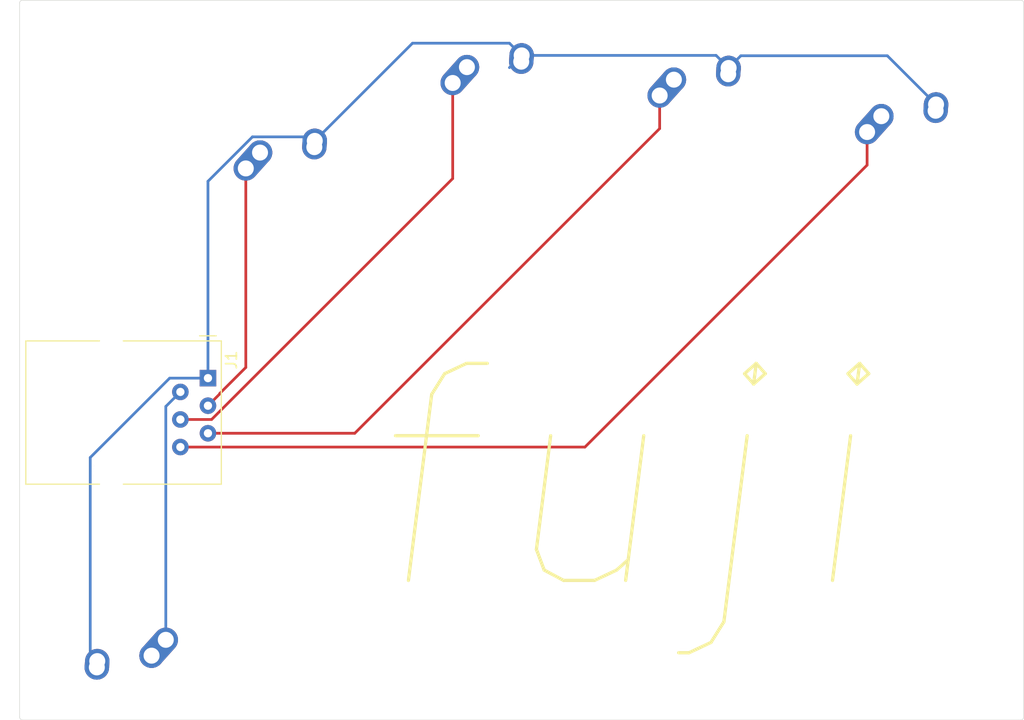
<source format=kicad_pcb>
(kicad_pcb (version 20171130) (host pcbnew 5.1.4)

  (general
    (thickness 1.6)
    (drawings 9)
    (tracks 39)
    (zones 0)
    (modules 6)
    (nets 7)
  )

  (page A4)
  (layers
    (0 F.Cu signal)
    (31 B.Cu signal)
    (32 B.Adhes user)
    (33 F.Adhes user)
    (34 B.Paste user)
    (35 F.Paste user)
    (36 B.SilkS user)
    (37 F.SilkS user)
    (38 B.Mask user)
    (39 F.Mask user)
    (40 Dwgs.User user)
    (41 Cmts.User user)
    (42 Eco1.User user)
    (43 Eco2.User user)
    (44 Edge.Cuts user)
    (45 Margin user)
    (46 B.CrtYd user)
    (47 F.CrtYd user)
    (48 B.Fab user)
    (49 F.Fab user)
  )

  (setup
    (last_trace_width 0.25)
    (user_trace_width 0.69)
    (trace_clearance 0.2)
    (zone_clearance 0.508)
    (zone_45_only no)
    (trace_min 0.2)
    (via_size 0.8)
    (via_drill 0.4)
    (via_min_size 0.4)
    (via_min_drill 0.3)
    (uvia_size 0.3)
    (uvia_drill 0.1)
    (uvias_allowed no)
    (uvia_min_size 0.2)
    (uvia_min_drill 0.1)
    (edge_width 0.05)
    (segment_width 0.2)
    (pcb_text_width 0.3)
    (pcb_text_size 1.5 1.5)
    (mod_edge_width 0.12)
    (mod_text_size 1 1)
    (mod_text_width 0.15)
    (pad_size 1.524 1.524)
    (pad_drill 0.762)
    (pad_to_mask_clearance 0.051)
    (solder_mask_min_width 0.25)
    (aux_axis_origin 0 0)
    (visible_elements FFFFFF7F)
    (pcbplotparams
      (layerselection 0x010fc_ffffffff)
      (usegerberextensions false)
      (usegerberattributes false)
      (usegerberadvancedattributes false)
      (creategerberjobfile false)
      (excludeedgelayer true)
      (linewidth 0.100000)
      (plotframeref false)
      (viasonmask false)
      (mode 1)
      (useauxorigin false)
      (hpglpennumber 1)
      (hpglpenspeed 20)
      (hpglpendiameter 15.000000)
      (psnegative false)
      (psa4output false)
      (plotreference true)
      (plotvalue true)
      (plotinvisibletext false)
      (padsonsilk false)
      (subtractmaskfromsilk false)
      (outputformat 1)
      (mirror false)
      (drillshape 0)
      (scaleselection 1)
      (outputdirectory "gerbers-right/"))
  )

  (net 0 "")
  (net 1 ROW0)
  (net 2 COL5)
  (net 3 COL6)
  (net 4 COL7)
  (net 5 COL8)
  (net 6 COL9)

  (net_class Default "This is the default net class."
    (clearance 0.2)
    (trace_width 0.25)
    (via_dia 0.8)
    (via_drill 0.4)
    (uvia_dia 0.3)
    (uvia_drill 0.1)
    (add_net COL5)
    (add_net COL6)
    (add_net COL7)
    (add_net COL8)
    (add_net COL9)
    (add_net ROW0)
  )

  (module MX_Alps_Hybrid:MX-1U-NoLED (layer F.Cu) (tedit 5A9F5203) (tstamp 62CDEC3D)
    (at 139.594 199.018)
    (path /62BA3660)
    (fp_text reference MX4 (at 0 3.175) (layer Dwgs.User)
      (effects (font (size 1 1) (thickness 0.15)))
    )
    (fp_text value MX-NoLED (at 0 -7.9375) (layer Dwgs.User)
      (effects (font (size 1 1) (thickness 0.15)))
    )
    (fp_line (start -9.525 9.525) (end -9.525 -9.525) (layer Dwgs.User) (width 0.15))
    (fp_line (start 9.525 9.525) (end -9.525 9.525) (layer Dwgs.User) (width 0.15))
    (fp_line (start 9.525 -9.525) (end 9.525 9.525) (layer Dwgs.User) (width 0.15))
    (fp_line (start -9.525 -9.525) (end 9.525 -9.525) (layer Dwgs.User) (width 0.15))
    (fp_line (start -7 -7) (end -7 -5) (layer Dwgs.User) (width 0.15))
    (fp_line (start -5 -7) (end -7 -7) (layer Dwgs.User) (width 0.15))
    (fp_line (start -7 7) (end -5 7) (layer Dwgs.User) (width 0.15))
    (fp_line (start -7 5) (end -7 7) (layer Dwgs.User) (width 0.15))
    (fp_line (start 7 7) (end 7 5) (layer Dwgs.User) (width 0.15))
    (fp_line (start 5 7) (end 7 7) (layer Dwgs.User) (width 0.15))
    (fp_line (start 7 -7) (end 7 -5) (layer Dwgs.User) (width 0.15))
    (fp_line (start 5 -7) (end 7 -7) (layer Dwgs.User) (width 0.15))
    (pad "" np_thru_hole circle (at 5.08 0 48.0996) (size 1.75 1.75) (drill 1.75) (layers *.Cu *.Mask))
    (pad "" np_thru_hole circle (at -5.08 0 48.0996) (size 1.75 1.75) (drill 1.75) (layers *.Cu *.Mask))
    (pad 1 thru_hole circle (at -2.5 -4) (size 2.25 2.25) (drill 1.47) (layers *.Cu B.Mask)
      (net 3 COL6))
    (pad "" np_thru_hole circle (at 0 0) (size 3.9878 3.9878) (drill 3.9878) (layers *.Cu *.Mask))
    (pad 1 thru_hole oval (at -3.81 -2.54 48.0996) (size 4.211556 2.25) (drill 1.47 (offset 0.980778 0)) (layers *.Cu B.Mask)
      (net 3 COL6))
    (pad 2 thru_hole circle (at 2.54 -5.08) (size 2.25 2.25) (drill 1.47) (layers *.Cu B.Mask)
      (net 1 ROW0))
    (pad 2 thru_hole oval (at 2.5 -4.5 86.0548) (size 2.831378 2.25) (drill 1.47 (offset 0.290689 0)) (layers *.Cu B.Mask)
      (net 1 ROW0))
  )

  (module MX_Alps_Hybrid:MX-1U-NoLED (layer F.Cu) (tedit 5A9F5203) (tstamp 62CDEC24)
    (at 158.644 191.144)
    (path /62BA33B3)
    (fp_text reference MX3 (at 0 3.175) (layer Dwgs.User)
      (effects (font (size 1 1) (thickness 0.15)))
    )
    (fp_text value MX-NoLED (at 0 -7.9375) (layer Dwgs.User)
      (effects (font (size 1 1) (thickness 0.15)))
    )
    (fp_line (start -9.525 9.525) (end -9.525 -9.525) (layer Dwgs.User) (width 0.15))
    (fp_line (start 9.525 9.525) (end -9.525 9.525) (layer Dwgs.User) (width 0.15))
    (fp_line (start 9.525 -9.525) (end 9.525 9.525) (layer Dwgs.User) (width 0.15))
    (fp_line (start -9.525 -9.525) (end 9.525 -9.525) (layer Dwgs.User) (width 0.15))
    (fp_line (start -7 -7) (end -7 -5) (layer Dwgs.User) (width 0.15))
    (fp_line (start -5 -7) (end -7 -7) (layer Dwgs.User) (width 0.15))
    (fp_line (start -7 7) (end -5 7) (layer Dwgs.User) (width 0.15))
    (fp_line (start -7 5) (end -7 7) (layer Dwgs.User) (width 0.15))
    (fp_line (start 7 7) (end 7 5) (layer Dwgs.User) (width 0.15))
    (fp_line (start 5 7) (end 7 7) (layer Dwgs.User) (width 0.15))
    (fp_line (start 7 -7) (end 7 -5) (layer Dwgs.User) (width 0.15))
    (fp_line (start 5 -7) (end 7 -7) (layer Dwgs.User) (width 0.15))
    (pad "" np_thru_hole circle (at 5.08 0 48.0996) (size 1.75 1.75) (drill 1.75) (layers *.Cu *.Mask))
    (pad "" np_thru_hole circle (at -5.08 0 48.0996) (size 1.75 1.75) (drill 1.75) (layers *.Cu *.Mask))
    (pad 1 thru_hole circle (at -2.5 -4) (size 2.25 2.25) (drill 1.47) (layers *.Cu B.Mask)
      (net 4 COL7))
    (pad "" np_thru_hole circle (at 0 0) (size 3.9878 3.9878) (drill 3.9878) (layers *.Cu *.Mask))
    (pad 1 thru_hole oval (at -3.81 -2.54 48.0996) (size 4.211556 2.25) (drill 1.47 (offset 0.980778 0)) (layers *.Cu B.Mask)
      (net 4 COL7))
    (pad 2 thru_hole circle (at 2.54 -5.08) (size 2.25 2.25) (drill 1.47) (layers *.Cu B.Mask)
      (net 1 ROW0))
    (pad 2 thru_hole oval (at 2.5 -4.5 86.0548) (size 2.831378 2.25) (drill 1.47 (offset 0.290689 0)) (layers *.Cu B.Mask)
      (net 1 ROW0))
  )

  (module MX_Alps_Hybrid:MX-1U-NoLED (layer F.Cu) (tedit 5A9F5203) (tstamp 62CDEC0B)
    (at 177.7 192.3)
    (path /62BA2FCC)
    (fp_text reference MX2 (at 0 3.175) (layer Dwgs.User)
      (effects (font (size 1 1) (thickness 0.15)))
    )
    (fp_text value MX-NoLED (at 0 -7.9375) (layer Dwgs.User)
      (effects (font (size 1 1) (thickness 0.15)))
    )
    (fp_line (start -9.525 9.525) (end -9.525 -9.525) (layer Dwgs.User) (width 0.15))
    (fp_line (start 9.525 9.525) (end -9.525 9.525) (layer Dwgs.User) (width 0.15))
    (fp_line (start 9.525 -9.525) (end 9.525 9.525) (layer Dwgs.User) (width 0.15))
    (fp_line (start -9.525 -9.525) (end 9.525 -9.525) (layer Dwgs.User) (width 0.15))
    (fp_line (start -7 -7) (end -7 -5) (layer Dwgs.User) (width 0.15))
    (fp_line (start -5 -7) (end -7 -7) (layer Dwgs.User) (width 0.15))
    (fp_line (start -7 7) (end -5 7) (layer Dwgs.User) (width 0.15))
    (fp_line (start -7 5) (end -7 7) (layer Dwgs.User) (width 0.15))
    (fp_line (start 7 7) (end 7 5) (layer Dwgs.User) (width 0.15))
    (fp_line (start 5 7) (end 7 7) (layer Dwgs.User) (width 0.15))
    (fp_line (start 7 -7) (end 7 -5) (layer Dwgs.User) (width 0.15))
    (fp_line (start 5 -7) (end 7 -7) (layer Dwgs.User) (width 0.15))
    (pad "" np_thru_hole circle (at 5.08 0 48.0996) (size 1.75 1.75) (drill 1.75) (layers *.Cu *.Mask))
    (pad "" np_thru_hole circle (at -5.08 0 48.0996) (size 1.75 1.75) (drill 1.75) (layers *.Cu *.Mask))
    (pad 1 thru_hole circle (at -2.5 -4) (size 2.25 2.25) (drill 1.47) (layers *.Cu B.Mask)
      (net 5 COL8))
    (pad "" np_thru_hole circle (at 0 0) (size 3.9878 3.9878) (drill 3.9878) (layers *.Cu *.Mask))
    (pad 1 thru_hole oval (at -3.81 -2.54 48.0996) (size 4.211556 2.25) (drill 1.47 (offset 0.980778 0)) (layers *.Cu B.Mask)
      (net 5 COL8))
    (pad 2 thru_hole circle (at 2.54 -5.08) (size 2.25 2.25) (drill 1.47) (layers *.Cu B.Mask)
      (net 1 ROW0))
    (pad 2 thru_hole oval (at 2.5 -4.5 86.0548) (size 2.831378 2.25) (drill 1.47 (offset 0.290689 0)) (layers *.Cu B.Mask)
      (net 1 ROW0))
  )

  (module MX_Alps_Hybrid:MX-1U-NoLED (layer F.Cu) (tedit 5A9F5203) (tstamp 62CDEC56)
    (at 124.608 237.372 180)
    (path /62BA39F4)
    (fp_text reference MX5 (at 0 3.175) (layer Dwgs.User)
      (effects (font (size 1 1) (thickness 0.15)))
    )
    (fp_text value MX-NoLED (at 0 -7.9375) (layer Dwgs.User)
      (effects (font (size 1 1) (thickness 0.15)))
    )
    (fp_line (start 5 -7) (end 7 -7) (layer Dwgs.User) (width 0.15))
    (fp_line (start 7 -7) (end 7 -5) (layer Dwgs.User) (width 0.15))
    (fp_line (start 5 7) (end 7 7) (layer Dwgs.User) (width 0.15))
    (fp_line (start 7 7) (end 7 5) (layer Dwgs.User) (width 0.15))
    (fp_line (start -7 5) (end -7 7) (layer Dwgs.User) (width 0.15))
    (fp_line (start -7 7) (end -5 7) (layer Dwgs.User) (width 0.15))
    (fp_line (start -5 -7) (end -7 -7) (layer Dwgs.User) (width 0.15))
    (fp_line (start -7 -7) (end -7 -5) (layer Dwgs.User) (width 0.15))
    (fp_line (start -9.525 -9.525) (end 9.525 -9.525) (layer Dwgs.User) (width 0.15))
    (fp_line (start 9.525 -9.525) (end 9.525 9.525) (layer Dwgs.User) (width 0.15))
    (fp_line (start 9.525 9.525) (end -9.525 9.525) (layer Dwgs.User) (width 0.15))
    (fp_line (start -9.525 9.525) (end -9.525 -9.525) (layer Dwgs.User) (width 0.15))
    (pad 2 thru_hole oval (at 2.5 -4.5 266.0548) (size 2.831378 2.25) (drill 1.47 (offset 0.290689 0)) (layers *.Cu B.Mask)
      (net 1 ROW0))
    (pad 2 thru_hole circle (at 2.54 -5.08 180) (size 2.25 2.25) (drill 1.47) (layers *.Cu B.Mask)
      (net 1 ROW0))
    (pad 1 thru_hole oval (at -3.81 -2.54 228.0996) (size 4.211556 2.25) (drill 1.47 (offset 0.980778 0)) (layers *.Cu B.Mask)
      (net 2 COL5))
    (pad "" np_thru_hole circle (at 0 0 180) (size 3.9878 3.9878) (drill 3.9878) (layers *.Cu *.Mask))
    (pad 1 thru_hole circle (at -2.5 -4 180) (size 2.25 2.25) (drill 1.47) (layers *.Cu B.Mask)
      (net 2 COL5))
    (pad "" np_thru_hole circle (at -5.08 0 228.0996) (size 1.75 1.75) (drill 1.75) (layers *.Cu *.Mask))
    (pad "" np_thru_hole circle (at 5.08 0 228.0996) (size 1.75 1.75) (drill 1.75) (layers *.Cu *.Mask))
  )

  (module MX_Alps_Hybrid:MX-1U-NoLED (layer F.Cu) (tedit 5A9F5203) (tstamp 62CDEBF2)
    (at 196.8 195.6652)
    (path /62BA251A)
    (fp_text reference MX1 (at 0 3.175) (layer Dwgs.User)
      (effects (font (size 1 1) (thickness 0.15)))
    )
    (fp_text value MX-NoLED (at 0 -7.9375) (layer Dwgs.User)
      (effects (font (size 1 1) (thickness 0.15)))
    )
    (fp_line (start 5 -7) (end 7 -7) (layer Dwgs.User) (width 0.15))
    (fp_line (start 7 -7) (end 7 -5) (layer Dwgs.User) (width 0.15))
    (fp_line (start 5 7) (end 7 7) (layer Dwgs.User) (width 0.15))
    (fp_line (start 7 7) (end 7 5) (layer Dwgs.User) (width 0.15))
    (fp_line (start -7 5) (end -7 7) (layer Dwgs.User) (width 0.15))
    (fp_line (start -7 7) (end -5 7) (layer Dwgs.User) (width 0.15))
    (fp_line (start -5 -7) (end -7 -7) (layer Dwgs.User) (width 0.15))
    (fp_line (start -7 -7) (end -7 -5) (layer Dwgs.User) (width 0.15))
    (fp_line (start -9.525 -9.525) (end 9.525 -9.525) (layer Dwgs.User) (width 0.15))
    (fp_line (start 9.525 -9.525) (end 9.525 9.525) (layer Dwgs.User) (width 0.15))
    (fp_line (start 9.525 9.525) (end -9.525 9.525) (layer Dwgs.User) (width 0.15))
    (fp_line (start -9.525 9.525) (end -9.525 -9.525) (layer Dwgs.User) (width 0.15))
    (pad 2 thru_hole oval (at 2.5 -4.5 86.0548) (size 2.831378 2.25) (drill 1.47 (offset 0.290689 0)) (layers *.Cu B.Mask)
      (net 1 ROW0))
    (pad 2 thru_hole circle (at 2.54 -5.08) (size 2.25 2.25) (drill 1.47) (layers *.Cu B.Mask)
      (net 1 ROW0))
    (pad 1 thru_hole oval (at -3.81 -2.54 48.0996) (size 4.211556 2.25) (drill 1.47 (offset 0.980778 0)) (layers *.Cu B.Mask)
      (net 6 COL9))
    (pad "" np_thru_hole circle (at 0 0) (size 3.9878 3.9878) (drill 3.9878) (layers *.Cu *.Mask))
    (pad 1 thru_hole circle (at -2.5 -4) (size 2.25 2.25) (drill 1.47) (layers *.Cu B.Mask)
      (net 6 COL9))
    (pad "" np_thru_hole circle (at -5.08 0 48.0996) (size 1.75 1.75) (drill 1.75) (layers *.Cu *.Mask))
    (pad "" np_thru_hole circle (at 5.08 0 48.0996) (size 1.75 1.75) (drill 1.75) (layers *.Cu *.Mask))
  )

  (module Connector_RJ:RJ12_Amphenol_54601 (layer F.Cu) (tedit 5AE2E32D) (tstamp 62CDEBB9)
    (at 132.3 215.8 270)
    (descr "RJ12 connector  https://cdn.amphenol-icc.com/media/wysiwyg/files/drawing/c-bmj-0082.pdf")
    (tags "RJ12 connector")
    (path /62BFBA89)
    (fp_text reference J1 (at -1.67 -2.16 90) (layer F.SilkS)
      (effects (font (size 1 1) (thickness 0.15)))
    )
    (fp_text value 6P6C (at 3.54 18.3 90) (layer F.Fab)
      (effects (font (size 1 1) (thickness 0.15)))
    )
    (fp_text user %R (at 3.16 7.76 90) (layer F.Fab)
      (effects (font (size 1 1) (thickness 0.15)))
    )
    (fp_line (start -3.43 16.77) (end -3.43 0.52) (layer F.Fab) (width 0.1))
    (fp_line (start -3.43 -1.23) (end 9.77 -1.23) (layer F.Fab) (width 0.1))
    (fp_line (start 9.77 -1.23) (end 9.77 16.77) (layer F.Fab) (width 0.1))
    (fp_line (start 9.77 16.77) (end -3.43 16.77) (layer F.Fab) (width 0.1))
    (fp_line (start -4.04 -1.73) (end 10.38 -1.73) (layer F.CrtYd) (width 0.05))
    (fp_line (start 10.38 -1.73) (end 10.38 17.27) (layer F.CrtYd) (width 0.05))
    (fp_line (start 10.38 17.27) (end -4.04 17.27) (layer F.CrtYd) (width 0.05))
    (fp_line (start -4.04 17.27) (end -4.04 -1.73) (layer F.CrtYd) (width 0.05))
    (fp_line (start -3.43 -1.23) (end 9.77 -1.23) (layer F.SilkS) (width 0.12))
    (fp_line (start 9.77 -1.23) (end 9.77 7.79) (layer F.SilkS) (width 0.12))
    (fp_line (start 9.77 16.65) (end 9.77 16.77) (layer F.SilkS) (width 0.1))
    (fp_line (start 9.77 16.77) (end 9.77 9.99) (layer F.SilkS) (width 0.12))
    (fp_line (start 9.77 16.76) (end 9.77 16.77) (layer F.SilkS) (width 0.1))
    (fp_line (start 9.77 16.77) (end -3.43 16.77) (layer F.SilkS) (width 0.12))
    (fp_line (start -3.43 16.77) (end -3.43 9.99) (layer F.SilkS) (width 0.12))
    (fp_line (start -3.43 7.72) (end -3.43 7.79) (layer F.SilkS) (width 0.1))
    (fp_line (start -3.43 7.79) (end -3.43 -1.23) (layer F.SilkS) (width 0.12))
    (fp_line (start -3.9 0.77) (end -3.9 -0.76) (layer F.SilkS) (width 0.12))
    (fp_line (start -3.43 0.52) (end -2.93 0.02) (layer F.Fab) (width 0.1))
    (fp_line (start -2.93 0.02) (end -3.43 -0.48) (layer F.Fab) (width 0.1))
    (fp_line (start -3.43 -0.48) (end -3.43 -1.23) (layer F.Fab) (width 0.1))
    (pad 1 thru_hole rect (at 0 0 270) (size 1.52 1.52) (drill 0.76) (layers *.Cu *.Mask)
      (net 1 ROW0))
    (pad "" np_thru_hole circle (at -1.91 8.89 270) (size 3.25 3.25) (drill 3.25) (layers *.Cu *.Mask))
    (pad 2 thru_hole circle (at 1.27 2.54 270) (size 1.52 1.52) (drill 0.76) (layers *.Cu *.Mask)
      (net 2 COL5))
    (pad 3 thru_hole circle (at 2.54 0 270) (size 1.52 1.52) (drill 0.76) (layers *.Cu *.Mask)
      (net 3 COL6))
    (pad 4 thru_hole circle (at 3.81 2.54 270) (size 1.52 1.52) (drill 0.76) (layers *.Cu *.Mask)
      (net 4 COL7))
    (pad 5 thru_hole circle (at 5.08 0 270) (size 1.52 1.52) (drill 0.76) (layers *.Cu *.Mask)
      (net 5 COL8))
    (pad 6 thru_hole circle (at 6.35 2.54 270) (size 1.52 1.52) (drill 0.76) (layers *.Cu *.Mask)
      (net 6 COL9))
    (pad "" np_thru_hole circle (at 8.25 8.89 270) (size 3.25 3.25) (drill 3.25) (layers *.Cu *.Mask))
    (model ${KISYS3DMOD}/Connector_RJ.3dshapes/RJ12_Amphenol_54601.wrl
      (at (xyz 0 0 0))
      (scale (xyz 1 1 1))
      (rotate (xyz 0 0 0))
    )
  )

  (gr_text fuji (at 170.4 225.2) (layer F.SilkS)
    (effects (font (size 20 20) (thickness 0.3) italic))
  )
  (gr_line (start 207.412 181.238) (end 207.412 247.024) (layer Edge.Cuts) (width 0.05) (tstamp 62CF20FF))
  (gr_line (start 115.21 180.984) (end 207.158 180.984) (layer Edge.Cuts) (width 0.05) (tstamp 62CF20FE))
  (gr_line (start 114.956 181.238) (end 114.956 247.024) (layer Edge.Cuts) (width 0.05) (tstamp 62CF20FD))
  (gr_line (start 207.158 247.278) (end 115.21 247.278) (layer Edge.Cuts) (width 0.05) (tstamp 62CF20F8))
  (gr_arc (start 115.21 247.024) (end 115.21 247.278) (angle 90) (layer Edge.Cuts) (width 0.05))
  (gr_arc (start 207.158 181.238) (end 207.158 180.984) (angle 90) (layer Edge.Cuts) (width 0.05))
  (gr_arc (start 207.158 247.024) (end 207.412 247.024) (angle 90) (layer Edge.Cuts) (width 0.05))
  (gr_arc (start 115.21 181.238) (end 114.956 181.238) (angle 90) (layer Edge.Cuts) (width 0.05))

  (segment (start 199.3 190.5452) (end 199.3 191.1652) (width 0.25) (layer B.Cu) (net 1) (status 30))
  (segment (start 161.144 186.644) (end 161.692999 186.095001) (width 0.25) (layer B.Cu) (net 1) (status 30))
  (segment (start 128.773998 215.8) (end 132.3 215.8) (width 0.25) (layer B.Cu) (net 1) (status 20))
  (segment (start 121.459999 223.113999) (end 128.773998 215.8) (width 0.25) (layer B.Cu) (net 1))
  (segment (start 121.459999 241.223999) (end 121.459999 223.113999) (width 0.25) (layer B.Cu) (net 1) (status 10))
  (segment (start 122.108 241.872) (end 121.459999 241.223999) (width 0.25) (layer B.Cu) (net 1) (status 30))
  (segment (start 142.134 195.52899) (end 142.134 193.938) (width 0.25) (layer B.Cu) (net 1) (status 30))
  (segment (start 160.059001 187.188999) (end 161.184 186.064) (width 0.25) (layer B.Cu) (net 1) (status 30))
  (segment (start 180.2 187.18) (end 180.2 187.8) (width 0.25) (layer B.Cu) (net 1) (status 30))
  (segment (start 179.084 186.064) (end 180.2 187.18) (width 0.25) (layer B.Cu) (net 1) (status 20))
  (segment (start 161.184 186.064) (end 179.084 186.064) (width 0.25) (layer B.Cu) (net 1) (status 10))
  (segment (start 194.849801 186.095001) (end 199.34 190.5852) (width 0.25) (layer B.Cu) (net 1) (status 20))
  (segment (start 181.364999 186.095001) (end 194.849801 186.095001) (width 0.25) (layer B.Cu) (net 1))
  (segment (start 180.24 187.22) (end 181.364999 186.095001) (width 0.25) (layer B.Cu) (net 1) (status 10))
  (segment (start 141.143999 193.567999) (end 142.094 194.518) (width 0.25) (layer B.Cu) (net 1) (status 30))
  (segment (start 136.397999 193.567999) (end 141.143999 193.567999) (width 0.25) (layer B.Cu) (net 1) (status 20))
  (segment (start 132.3 197.665998) (end 136.397999 193.567999) (width 0.25) (layer B.Cu) (net 1))
  (segment (start 132.3 215.8) (end 132.3 197.665998) (width 0.25) (layer B.Cu) (net 1) (status 10))
  (segment (start 161.144 186.104) (end 161.184 186.064) (width 0.25) (layer B.Cu) (net 1))
  (segment (start 161.144 186.644) (end 161.144 186.104) (width 0.25) (layer B.Cu) (net 1))
  (segment (start 143.258999 192.813001) (end 142.134 193.938) (width 0.25) (layer B.Cu) (net 1))
  (segment (start 151.132999 184.939001) (end 143.258999 192.813001) (width 0.25) (layer B.Cu) (net 1))
  (segment (start 160.059001 184.939001) (end 151.132999 184.939001) (width 0.25) (layer B.Cu) (net 1))
  (segment (start 161.184 186.064) (end 160.059001 184.939001) (width 0.25) (layer B.Cu) (net 1))
  (segment (start 128.418 218.412) (end 129.76 217.07) (width 0.25) (layer B.Cu) (net 2) (status 20))
  (segment (start 128.418 239.912) (end 128.418 218.412) (width 0.25) (layer B.Cu) (net 2) (status 10))
  (segment (start 135.784 214.816) (end 135.784 196.478) (width 0.25) (layer F.Cu) (net 3) (status 20))
  (segment (start 133.385001 217.214999) (end 135.784 214.816) (width 0.25) (layer F.Cu) (net 3))
  (segment (start 133.385001 217.254999) (end 133.385001 217.214999) (width 0.25) (layer F.Cu) (net 3))
  (segment (start 133.385001 217.254999) (end 132.3 218.34) (width 0.25) (layer F.Cu) (net 3) (status 20))
  (segment (start 154.834 197.411802) (end 154.834 188.604) (width 0.25) (layer F.Cu) (net 4) (status 20))
  (segment (start 132.635802 219.61) (end 154.834 197.411802) (width 0.25) (layer F.Cu) (net 4))
  (segment (start 129.76 219.61) (end 132.635802 219.61) (width 0.25) (layer F.Cu) (net 4) (status 10))
  (segment (start 173.89 192.806002) (end 173.89 189.76) (width 0.25) (layer F.Cu) (net 5) (status 20))
  (segment (start 145.816002 220.88) (end 173.89 192.806002) (width 0.25) (layer F.Cu) (net 5))
  (segment (start 132.3 220.88) (end 145.816002 220.88) (width 0.25) (layer F.Cu) (net 5) (status 10))
  (segment (start 192.99 196.171202) (end 192.99 193.1252) (width 0.25) (layer F.Cu) (net 6) (status 20))
  (segment (start 167.011202 222.15) (end 192.99 196.171202) (width 0.25) (layer F.Cu) (net 6))
  (segment (start 129.76 222.15) (end 167.011202 222.15) (width 0.25) (layer F.Cu) (net 6) (status 10))

)

</source>
